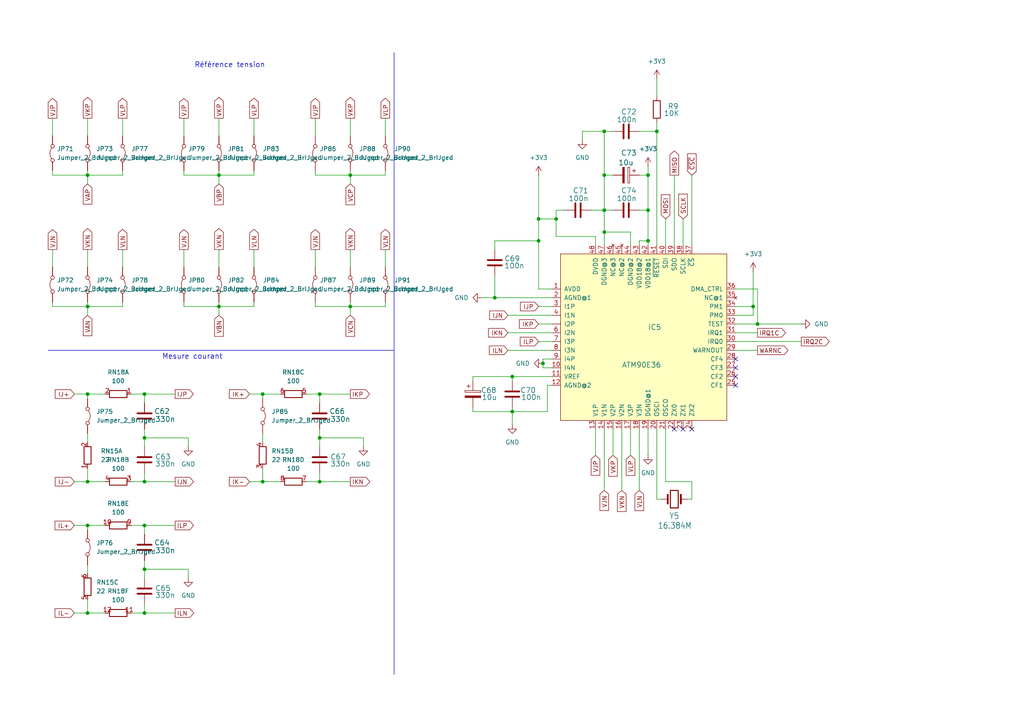
<source format=kicad_sch>
(kicad_sch (version 20231120) (generator "eeschema") (generator_version "8.0")
  (paper "A4")
  (junction (at 76.2 114.3))
  (junction (at 175.26 38.1))
  (junction (at 156.21 69.85))
  (junction (at 76.2 139.7))
  (junction (at 92.71 114.3))
  (junction (at 92.71 127))
  (junction (at 25.4 177.8))
  (junction (at 148.59 119.38))
  (junction (at 175.26 60.96))
  (junction (at 25.4 152.4))
  (junction (at 175.26 67.31))
  (junction (at 63.5 50.8))
  (junction (at 187.96 50.8))
  (junction (at 148.59 109.22))
  (junction (at 161.29 63.5))
  (junction (at 25.4 50.8))
  (junction (at 157.48 105.41))
  (junction (at 218.44 88.9))
  (junction (at 143.51 86.36))
  (junction (at 63.5 88.9))
  (junction (at 25.4 114.3))
  (junction (at 175.26 50.8))
  (junction (at 190.5 38.1))
  (junction (at 92.71 139.7))
  (junction (at 41.91 165.1))
  (junction (at 25.4 139.7))
  (junction (at 41.91 114.3))
  (junction (at 25.4 88.9))
  (junction (at 187.96 69.85))
  (junction (at 41.91 177.8))
  (junction (at 41.91 139.7))
  (junction (at 101.6 88.9))
  (junction (at 101.6 50.8))
  (junction (at 219.71 93.98))
  (junction (at 41.91 127))
  (junction (at 187.96 60.96))
  (junction (at 156.21 63.5))
  (junction (at 41.91 152.4))
  (no_connect (at 200.66 124.46))
  (no_connect (at 213.36 104.14))
  (no_connect (at 213.36 111.76))
  (no_connect (at 198.12 124.46))
  (no_connect (at 213.36 106.68))
  (no_connect (at 213.36 109.22))
  (no_connect (at 195.58 124.46))
  (wire (pts (xy 25.4 34.29) (xy 25.4 39.37)))
  (wire (pts (xy 25.4 50.8) (xy 25.4 53.34)))
  (wire (pts (xy 35.56 72.39) (xy 35.56 77.47)))
  (wire (pts (xy 21.59 114.3) (xy 25.4 114.3)))
  (wire (pts (xy 15.24 49.53) (xy 15.24 50.8)))
  (wire (pts (xy 175.26 60.96) (xy 177.8 60.96)))
  (wire (pts (xy 195.58 71.12) (xy 195.58 50.8)))
  (wire (pts (xy 187.96 50.8) (xy 187.96 60.96)))
  (wire (pts (xy 156.21 99.06) (xy 160.02 99.06)))
  (wire (pts (xy 156.21 69.85) (xy 156.21 83.82)))
  (wire (pts (xy 92.71 114.3) (xy 101.6 114.3)))
  (wire (pts (xy 92.71 139.7) (xy 101.6 139.7)))
  (wire (pts (xy 158.75 119.38) (xy 158.75 111.76)))
  (wire (pts (xy 15.24 88.9) (xy 25.4 88.9)))
  (wire (pts (xy 175.26 67.31) (xy 182.88 67.31)))
  (wire (pts (xy 41.91 127) (xy 41.91 129.54)))
  (wire (pts (xy 190.5 38.1) (xy 185.42 38.1)))
  (wire (pts (xy 101.6 50.8) (xy 111.76 50.8)))
  (wire (pts (xy 160.02 104.14) (xy 157.48 104.14)))
  (wire (pts (xy 182.88 67.31) (xy 182.88 71.12)))
  (wire (pts (xy 143.51 86.36) (xy 160.02 86.36)))
  (wire (pts (xy 91.44 50.8) (xy 101.6 50.8)))
  (wire (pts (xy 76.2 135.89) (xy 76.2 139.7)))
  (wire (pts (xy 175.26 38.1) (xy 177.8 38.1)))
  (wire (pts (xy 185.42 60.96) (xy 187.96 60.96)))
  (wire (pts (xy 187.96 60.96) (xy 187.96 69.85)))
  (wire (pts (xy 158.75 111.76) (xy 160.02 111.76)))
  (wire (pts (xy 41.91 114.3) (xy 50.8 114.3)))
  (wire (pts (xy 218.44 91.44) (xy 213.36 91.44)))
  (wire (pts (xy 101.6 50.8) (xy 101.6 49.53)))
  (wire (pts (xy 101.6 88.9) (xy 101.6 87.63)))
  (wire (pts (xy 190.5 22.86) (xy 190.5 27.94)))
  (wire (pts (xy 35.56 50.8) (xy 35.56 49.53)))
  (wire (pts (xy 193.04 71.12) (xy 193.04 63.5)))
  (wire (pts (xy 156.21 50.8) (xy 156.21 63.5)))
  (wire (pts (xy 25.4 88.9) (xy 25.4 91.44)))
  (wire (pts (xy 157.48 106.68) (xy 157.48 105.41)))
  (wire (pts (xy 35.56 88.9) (xy 35.56 87.63)))
  (wire (pts (xy 213.36 99.06) (xy 232.41 99.06)))
  (wire (pts (xy 219.71 93.98) (xy 232.41 93.98)))
  (wire (pts (xy 213.36 93.98) (xy 219.71 93.98)))
  (wire (pts (xy 161.29 60.96) (xy 161.29 63.5)))
  (wire (pts (xy 53.34 72.39) (xy 53.34 77.47)))
  (wire (pts (xy 63.5 50.8) (xy 63.5 49.53)))
  (wire (pts (xy 148.59 109.22) (xy 148.59 110.49)))
  (wire (pts (xy 148.59 109.22) (xy 137.16 109.22)))
  (wire (pts (xy 63.5 88.9) (xy 63.5 87.63)))
  (wire (pts (xy 25.4 135.89) (xy 25.4 139.7)))
  (polyline (pts (xy 114.3 15.24) (xy 114.3 195.58)))
  (wire (pts (xy 54.61 165.1) (xy 54.61 167.64)))
  (wire (pts (xy 101.6 50.8) (xy 101.6 53.34)))
  (wire (pts (xy 25.4 139.7) (xy 21.59 139.7)))
  (wire (pts (xy 41.91 152.4) (xy 50.8 152.4)))
  (wire (pts (xy 143.51 80.01) (xy 143.51 86.36)))
  (wire (pts (xy 25.4 50.8) (xy 25.4 49.53)))
  (wire (pts (xy 38.1 139.7) (xy 41.91 139.7)))
  (wire (pts (xy 25.4 125.73) (xy 25.4 128.27)))
  (polyline (pts (xy 13.97 101.6) (xy 114.3 101.6)))
  (wire (pts (xy 41.91 162.56) (xy 41.91 165.1)))
  (wire (pts (xy 187.96 124.46) (xy 187.96 132.08)))
  (wire (pts (xy 190.5 124.46) (xy 190.5 144.78)))
  (wire (pts (xy 143.51 69.85) (xy 156.21 69.85)))
  (wire (pts (xy 200.66 71.12) (xy 200.66 50.8)))
  (wire (pts (xy 25.4 177.8) (xy 30.48 177.8)))
  (wire (pts (xy 148.59 119.38) (xy 158.75 119.38)))
  (wire (pts (xy 73.66 72.39) (xy 73.66 77.47)))
  (wire (pts (xy 25.4 177.8) (xy 21.59 177.8)))
  (wire (pts (xy 91.44 88.9) (xy 101.6 88.9)))
  (wire (pts (xy 185.42 142.24) (xy 185.42 124.46)))
  (wire (pts (xy 63.5 72.39) (xy 63.5 77.47)))
  (wire (pts (xy 213.36 83.82) (xy 219.71 83.82)))
  (wire (pts (xy 15.24 72.39) (xy 15.24 77.47)))
  (wire (pts (xy 172.72 124.46) (xy 172.72 132.08)))
  (wire (pts (xy 199.39 144.78) (xy 200.66 144.78)))
  (wire (pts (xy 180.34 142.24) (xy 180.34 124.46)))
  (wire (pts (xy 25.4 152.4) (xy 25.4 153.67)))
  (wire (pts (xy 111.76 50.8) (xy 111.76 49.53)))
  (wire (pts (xy 25.4 152.4) (xy 30.48 152.4)))
  (wire (pts (xy 101.6 88.9) (xy 111.76 88.9)))
  (wire (pts (xy 63.5 88.9) (xy 63.5 91.44)))
  (wire (pts (xy 72.39 114.3) (xy 76.2 114.3)))
  (wire (pts (xy 218.44 78.74) (xy 218.44 88.9)))
  (wire (pts (xy 218.44 88.9) (xy 218.44 91.44)))
  (wire (pts (xy 175.26 38.1) (xy 175.26 50.8)))
  (wire (pts (xy 190.5 35.56) (xy 190.5 38.1)))
  (wire (pts (xy 91.44 87.63) (xy 91.44 88.9)))
  (wire (pts (xy 182.88 124.46) (xy 182.88 132.08)))
  (wire (pts (xy 41.91 124.46) (xy 41.91 127)))
  (wire (pts (xy 148.59 119.38) (xy 148.59 123.19)))
  (wire (pts (xy 175.26 124.46) (xy 175.26 142.24)))
  (wire (pts (xy 15.24 87.63) (xy 15.24 88.9)))
  (wire (pts (xy 53.34 87.63) (xy 53.34 88.9)))
  (wire (pts (xy 25.4 114.3) (xy 25.4 115.57)))
  (wire (pts (xy 25.4 50.8) (xy 35.56 50.8)))
  (wire (pts (xy 53.34 49.53) (xy 53.34 50.8)))
  (wire (pts (xy 177.8 124.46) (xy 177.8 132.08)))
  (wire (pts (xy 63.5 34.29) (xy 63.5 39.37)))
  (wire (pts (xy 156.21 88.9) (xy 160.02 88.9)))
  (wire (pts (xy 213.36 88.9) (xy 218.44 88.9)))
  (wire (pts (xy 25.4 72.39) (xy 25.4 77.47)))
  (wire (pts (xy 21.59 152.4) (xy 25.4 152.4)))
  (wire (pts (xy 92.71 124.46) (xy 92.71 127)))
  (wire (pts (xy 76.2 125.73) (xy 76.2 128.27)))
  (wire (pts (xy 148.59 109.22) (xy 160.02 109.22)))
  (wire (pts (xy 38.1 152.4) (xy 41.91 152.4)))
  (wire (pts (xy 92.71 127) (xy 105.41 127)))
  (wire (pts (xy 200.66 144.78) (xy 200.66 139.7)))
  (wire (pts (xy 137.16 119.38) (xy 148.59 119.38)))
  (wire (pts (xy 53.34 50.8) (xy 63.5 50.8)))
  (wire (pts (xy 101.6 34.29) (xy 101.6 39.37)))
  (wire (pts (xy 92.71 114.3) (xy 92.71 116.84)))
  (wire (pts (xy 157.48 104.14) (xy 157.48 105.41)))
  (wire (pts (xy 105.41 127) (xy 105.41 129.54)))
  (wire (pts (xy 91.44 72.39) (xy 91.44 77.47)))
  (wire (pts (xy 160.02 106.68) (xy 157.48 106.68)))
  (wire (pts (xy 193.04 124.46) (xy 193.04 139.7)))
  (wire (pts (xy 91.44 34.29) (xy 91.44 39.37)))
  (wire (pts (xy 185.42 69.85) (xy 187.96 69.85)))
  (wire (pts (xy 25.4 114.3) (xy 30.48 114.3)))
  (wire (pts (xy 76.2 114.3) (xy 76.2 115.57)))
  (wire (pts (xy 161.29 63.5) (xy 161.29 68.58)))
  (wire (pts (xy 76.2 114.3) (xy 81.28 114.3)))
  (wire (pts (xy 35.56 34.29) (xy 35.56 39.37)))
  (wire (pts (xy 63.5 50.8) (xy 73.66 50.8)))
  (wire (pts (xy 15.24 50.8) (xy 25.4 50.8)))
  (wire (pts (xy 198.12 71.12) (xy 198.12 63.5)))
  (wire (pts (xy 111.76 88.9) (xy 111.76 87.63)))
  (wire (pts (xy 148.59 118.11) (xy 148.59 119.38)))
  (wire (pts (xy 38.1 114.3) (xy 41.91 114.3)))
  (wire (pts (xy 63.5 88.9) (xy 73.66 88.9)))
  (wire (pts (xy 73.66 34.29) (xy 73.66 39.37)))
  (wire (pts (xy 147.32 101.6) (xy 160.02 101.6)))
  (wire (pts (xy 41.91 114.3) (xy 41.91 116.84)))
  (wire (pts (xy 161.29 68.58) (xy 172.72 68.58)))
  (wire (pts (xy 185.42 69.85) (xy 185.42 71.12)))
  (wire (pts (xy 200.66 139.7) (xy 193.04 139.7)))
  (wire (pts (xy 53.34 88.9) (xy 63.5 88.9)))
  (wire (pts (xy 38.1 177.8) (xy 41.91 177.8)))
  (wire (pts (xy 156.21 63.5) (xy 156.21 69.85)))
  (wire (pts (xy 175.26 60.96) (xy 175.26 50.8)))
  (wire (pts (xy 175.26 60.96) (xy 175.26 67.31)))
  (wire (pts (xy 187.96 50.8) (xy 185.42 50.8)))
  (wire (pts (xy 73.66 50.8) (xy 73.66 49.53)))
  (wire (pts (xy 219.71 83.82) (xy 219.71 93.98)))
  (wire (pts (xy 190.5 144.78) (xy 191.77 144.78)))
  (wire (pts (xy 41.91 152.4) (xy 41.91 154.94)))
  (wire (pts (xy 25.4 173.99) (xy 25.4 177.8)))
  (wire (pts (xy 41.91 137.16) (xy 41.91 139.7)))
  (wire (pts (xy 73.66 88.9) (xy 73.66 87.63)))
  (wire (pts (xy 88.9 114.3) (xy 92.71 114.3)))
  (wire (pts (xy 76.2 139.7) (xy 81.28 139.7)))
  (wire (pts (xy 190.5 71.12) (xy 190.5 38.1)))
  (wire (pts (xy 111.76 34.29) (xy 111.76 39.37)))
  (wire (pts (xy 41.91 165.1) (xy 54.61 165.1)))
  (wire (pts (xy 187.96 48.26) (xy 187.96 50.8)))
  (wire (pts (xy 41.91 127) (xy 54.61 127)))
  (wire (pts (xy 156.21 63.5) (xy 161.29 63.5)))
  (wire (pts (xy 147.32 91.44) (xy 160.02 91.44)))
  (wire (pts (xy 41.91 165.1) (xy 41.91 167.64)))
  (wire (pts (xy 54.61 127) (xy 54.61 129.54)))
  (wire (pts (xy 139.7 86.36) (xy 143.51 86.36)))
  (wire (pts (xy 175.26 71.12) (xy 175.26 67.31)))
  (wire (pts (xy 41.91 177.8) (xy 50.8 177.8)))
  (wire (pts (xy 213.36 96.52) (xy 219.71 96.52)))
  (wire (pts (xy 76.2 139.7) (xy 72.39 139.7)))
  (wire (pts (xy 53.34 34.29) (xy 53.34 39.37)))
  (wire (pts (xy 137.16 109.22) (xy 137.16 110.49)))
  (wire (pts (xy 92.71 137.16) (xy 92.71 139.7)))
  (wire (pts (xy 143.51 69.85) (xy 143.51 72.39)))
  (wire (pts (xy 171.45 60.96) (xy 175.26 60.96)))
  (wire (pts (xy 41.91 139.7) (xy 50.8 139.7)))
  (wire (pts (xy 63.5 50.8) (xy 63.5 53.34)))
  (wire (pts (xy 25.4 88.9) (xy 25.4 87.63)))
  (wire (pts (xy 111.76 72.39) (xy 111.76 77.47)))
  (wire (pts (xy 156.21 83.82) (xy 160.02 83.82)))
  (wire (pts (xy 137.16 118.11) (xy 137.16 119.38)))
  (wire (pts (xy 92.71 127) (xy 92.71 129.54)))
  (wire (pts (xy 25.4 88.9) (xy 35.56 88.9)))
  (wire (pts (xy 156.21 93.98) (xy 160.02 93.98)))
  (wire (pts (xy 101.6 88.9) (xy 101.6 91.44)))
  (wire (pts (xy 187.96 69.85) (xy 187.96 71.12)))
  (wire (pts (xy 15.24 34.29) (xy 15.24 39.37)))
  (wire (pts (xy 41.91 175.26) (xy 41.91 177.8)))
  (wire (pts (xy 25.4 163.83) (xy 25.4 166.37)))
  (wire (pts (xy 172.72 68.58) (xy 172.72 71.12)))
  (wire (pts (xy 101.6 72.39) (xy 101.6 77.47)))
  (wire (pts (xy 147.32 96.52) (xy 160.02 96.52)))
  (wire (pts (xy 168.91 40.64) (xy 168.91 38.1)))
  (wire (pts (xy 91.44 49.53) (xy 91.44 50.8)))
  (wire (pts (xy 25.4 139.7) (xy 30.48 139.7)))
  (wire (pts (xy 213.36 101.6) (xy 219.71 101.6)))
  (wire (pts (xy 175.26 50.8) (xy 177.8 50.8)))
  (wire (pts (xy 168.91 38.1) (xy 175.26 38.1)))
  (wire (pts (xy 88.9 139.7) (xy 92.71 139.7)))
  (wire (pts (xy 163.83 60.96) (xy 161.29 60.96)))
  (text "Référence tension" (at 56.388 19.812 0) (effects (font (size 1.4986 1.4986)) (justify left bottom)))
  (text "Mesure courant" (at 46.99 104.394 0) (effects (font (size 1.4986 1.4986)) (justify left bottom)))
  (global_label "VCP" (shape input) (at 101.6 53.34 270) (property "Intersheetrefs" "${INTERSHEET_REFS}" (effects (hide yes))))
  (global_label "ILP" (shape input) (at 156.21 99.06 180) (property "Intersheetrefs" "${INTERSHEET_REFS}" (effects (hide yes))))
  (global_label "IK-" (shape input) (at 72.39 139.7 180) (property "Intersheetrefs" "${INTERSHEET_REFS}" (effects (hide yes))))
  (global_label "IJN" (shape input) (at 147.32 91.44 180) (property "Intersheetrefs" "${INTERSHEET_REFS}" (effects (hide yes))))
  (global_label "~{CSC}" (shape input) (at 200.66 50.8 90) (property "Intersheetrefs" "${INTERSHEET_REFS}" (effects (hide yes))))
  (global_label "VKN" (shape output) (at 63.5 72.39 90) (property "Intersheetrefs" "${INTERSHEET_REFS}" (effects (hide yes))))
  (global_label "VKN" (shape output) (at 101.6 72.39 90) (property "Intersheetrefs" "${INTERSHEET_REFS}" (effects (hide yes))))
  (global_label "IJ+" (shape input) (at 21.59 114.3 180) (property "Intersheetrefs" "${INTERSHEET_REFS}" (effects (hide yes))))
  (global_label "IK+" (shape input) (at 72.39 114.3 180) (property "Intersheetrefs" "${INTERSHEET_REFS}" (effects (hide yes))))
  (global_label "IJP" (shape input) (at 156.21 88.9 180) (property "Intersheetrefs" "${INTERSHEET_REFS}" (effects (hide yes))))
  (global_label "VAN" (shape input) (at 25.4 91.44 270) (property "Intersheetrefs" "${INTERSHEET_REFS}" (effects (hide yes))))
  (global_label "IRQ2C" (shape output) (at 232.41 99.06 0) (property "Intersheetrefs" "${INTERSHEET_REFS}" (effects (hide yes))))
  (global_label "IKP" (shape input) (at 156.21 93.98 180) (property "Intersheetrefs" "${INTERSHEET_REFS}" (effects (hide yes))))
  (global_label "IJN" (shape output) (at 50.8 139.7 0) (property "Intersheetrefs" "${INTERSHEET_REFS}" (effects (hide yes))))
  (global_label "IKN" (shape output) (at 101.6 139.7 0) (property "Intersheetrefs" "${INTERSHEET_REFS}" (effects (hide yes))))
  (global_label "VCN" (shape input) (at 101.6 91.44 270) (property "Intersheetrefs" "${INTERSHEET_REFS}" (effects (hide yes))))
  (global_label "ILN" (shape output) (at 50.8 177.8 0) (property "Intersheetrefs" "${INTERSHEET_REFS}" (effects (hide yes))))
  (global_label "IRQ1C" (shape output) (at 219.71 96.52 0) (property "Intersheetrefs" "${INTERSHEET_REFS}" (effects (hide yes))))
  (global_label "VLN" (shape input) (at 185.42 142.24 270) (property "Intersheetrefs" "${INTERSHEET_REFS}" (effects (hide yes))))
  (global_label "VBP" (shape input) (at 63.5 53.34 270) (property "Intersheetrefs" "${INTERSHEET_REFS}" (effects (hide yes))))
  (global_label "VKN" (shape input) (at 180.34 142.24 270) (property "Intersheetrefs" "${INTERSHEET_REFS}" (effects (hide yes))))
  (global_label "ILN" (shape input) (at 147.32 101.6 180) (property "Intersheetrefs" "${INTERSHEET_REFS}" (effects (hide yes))))
  (global_label "VJP" (shape output) (at 53.34 34.29 90) (property "Intersheetrefs" "${INTERSHEET_REFS}" (effects (hide yes))))
  (global_label "VLP" (shape output) (at 111.76 34.29 90) (property "Intersheetrefs" "${INTERSHEET_REFS}" (effects (hide yes))))
  (global_label "VLN" (shape output) (at 35.56 72.39 90) (property "Intersheetrefs" "${INTERSHEET_REFS}" (effects (hide yes))))
  (global_label "IKP" (shape output) (at 101.6 114.3 0) (property "Intersheetrefs" "${INTERSHEET_REFS}" (effects (hide yes))))
  (global_label "VJN" (shape output) (at 91.44 72.39 90) (property "Intersheetrefs" "${INTERSHEET_REFS}" (effects (hide yes))))
  (global_label "VLP" (shape output) (at 35.56 34.29 90) (property "Intersheetrefs" "${INTERSHEET_REFS}" (effects (hide yes))))
  (global_label "VKP" (shape output) (at 25.4 34.29 90) (property "Intersheetrefs" "${INTERSHEET_REFS}" (effects (hide yes))))
  (global_label "VJN" (shape output) (at 53.34 72.39 90) (property "Intersheetrefs" "${INTERSHEET_REFS}" (effects (hide yes))))
  (global_label "VKP" (shape input) (at 177.8 132.08 270) (property "Intersheetrefs" "${INTERSHEET_REFS}" (effects (hide yes))))
  (global_label "VJP" (shape output) (at 91.44 34.29 90) (property "Intersheetrefs" "${INTERSHEET_REFS}" (effects (hide yes))))
  (global_label "WARNC" (shape output) (at 219.71 101.6 0) (property "Intersheetrefs" "${INTERSHEET_REFS}" (effects (hide yes))))
  (global_label "VJP" (shape output) (at 15.24 34.29 90) (property "Intersheetrefs" "${INTERSHEET_REFS}" (effects (hide yes))))
  (global_label "MISO" (shape output) (at 195.58 50.8 90) (property "Intersheetrefs" "${INTERSHEET_REFS}" (effects (hide yes))))
  (global_label "VLN" (shape output) (at 111.76 72.39 90) (property "Intersheetrefs" "${INTERSHEET_REFS}" (effects (hide yes))))
  (global_label "IJP" (shape output) (at 50.8 114.3 0) (property "Intersheetrefs" "${INTERSHEET_REFS}" (effects (hide yes))))
  (global_label "VLP" (shape input) (at 182.88 132.08 270) (property "Intersheetrefs" "${INTERSHEET_REFS}" (effects (hide yes))))
  (global_label "IL+" (shape input) (at 21.59 152.4 180) (property "Intersheetrefs" "${INTERSHEET_REFS}" (effects (hide yes))))
  (global_label "VKN" (shape output) (at 25.4 72.39 90) (property "Intersheetrefs" "${INTERSHEET_REFS}" (effects (hide yes))))
  (global_label "IJ-" (shape input) (at 21.59 139.7 180) (property "Intersheetrefs" "${INTERSHEET_REFS}" (effects (hide yes))))
  (global_label "VAP" (shape input) (at 25.4 53.34 270) (property "Intersheetrefs" "${INTERSHEET_REFS}" (effects (hide yes))))
  (global_label "ILP" (shape output) (at 50.8 152.4 0) (property "Intersheetrefs" "${INTERSHEET_REFS}" (effects (hide yes))))
  (global_label "VLP" (shape output) (at 73.66 34.29 90) (property "Intersheetrefs" "${INTERSHEET_REFS}" (effects (hide yes))))
  (global_label "VJN" (shape input) (at 175.26 142.24 270) (property "Intersheetrefs" "${INTERSHEET_REFS}" (effects (hide yes))))
  (global_label "MOSI" (shape input) (at 193.04 63.5 90) (property "Intersheetrefs" "${INTERSHEET_REFS}" (effects (hide yes))))
  (global_label "VJN" (shape output) (at 15.24 72.39 90) (property "Intersheetrefs" "${INTERSHEET_REFS}" (effects (hide yes))))
  (global_label "IL-" (shape input) (at 21.59 177.8 180) (property "Intersheetrefs" "${INTERSHEET_REFS}" (effects (hide yes))))
  (global_label "IKN" (shape input) (at 147.32 96.52 180) (property "Intersheetrefs" "${INTERSHEET_REFS}" (effects (hide yes))))
  (global_label "VKP" (shape output) (at 63.5 34.29 90) (property "Intersheetrefs" "${INTERSHEET_REFS}" (effects (hide yes))))
  (global_label "VLN" (shape output) (at 73.66 72.39 90) (property "Intersheetrefs" "${INTERSHEET_REFS}" (effects (hide yes))))
  (global_label "VJP" (shape input) (at 172.72 132.08 270) (property "Intersheetrefs" "${INTERSHEET_REFS}" (effects (hide yes))))
  (global_label "SCLK" (shape input) (at 198.12 63.5 90) (property "Intersheetrefs" "${INTERSHEET_REFS}" (effects (hide yes))))
  (global_label "VKP" (shape output) (at 101.6 34.29 90) (property "Intersheetrefs" "${INTERSHEET_REFS}" (effects (hide yes))))
  (global_label "VBN" (shape input) (at 63.5 91.44 270) (property "Intersheetrefs" "${INTERSHEET_REFS}" (effects (hide yes))))
  (symbol (lib_id "power:GND") (at 54.61 167.64 0) (unit 1)
    (property "Reference" "#PWR084" (effects (hide yes)))
    (property "Value" "GND" (at 54.61 172.72 0))
    (property "Description" "Power symbol creates a global label with name \"GND\" , ground" (effects (hide yes)))
    (instances (project "CentraleDeMesure" (path "" (reference "#PWR084") (unit 1)) (path "" (reference "#PWR097") (unit 1))))
  )
  (symbol (lib_id "Device:C") (at 181.61 60.96 270) (unit 1)
    (property "Reference" "C74" (at 180.086 56.134 90) (effects (font (size 1.4986 1.4986)) (justify left bottom)))
    (property "Value" "100n" (at 178.816 58.42 90) (effects (font (size 1.4986 1.4986)) (justify left bottom)))
    (property "Footprint" "Capacitor_SMD:C_1812_4532Metric_Pad1.57x3.40mm_HandSolder" (effects (hide yes)))
    (property "Description" "Unpolarized capacitor" (effects (hide yes)))
    (property "manf#" "C0603C104K5RAC3190" (effects (hide yes)))
    (instances (project "CentraleDeMesure" (path "" (reference "C74") (unit 1)) (path "" (reference "C87") (unit 1))))
  )
  (symbol (lib_id "power:GND") (at 105.41 129.54 0) (unit 1)
    (property "Reference" "#PWR085" (effects (hide yes)))
    (property "Value" "GND" (at 105.41 134.62 0))
    (property "Description" "Power symbol creates a global label with name \"GND\" , ground" (effects (hide yes)))
    (instances (project "CentraleDeMesure" (path "" (reference "#PWR085") (unit 1)) (path "" (reference "#PWR098") (unit 1))))
  )
  (symbol (lib_id "power:GND") (at 187.96 132.08 0) (unit 1)
    (property "Reference" "#PWR092" (effects (hide yes)))
    (property "Value" "GND" (at 187.96 137.16 0))
    (property "Description" "Power symbol creates a global label with name \"GND\" , ground" (effects (hide yes)))
    (instances (project "CentraleDeMesure" (path "" (reference "#PWR092") (unit 1)) (path "" (reference "#PWR0105") (unit 1))))
  )
  (symbol (lib_id "Jumper:Jumper_2_Bridged") (at 73.66 82.55 270) (unit 1) (exclude_from_sim yes)
    (property "Reference" "JP84" (at 76.2 81.2799 90) (effects (justify left)))
    (property "Value" "Jumper_2_BrIJged" (at 76.2 83.8199 90) (effects (justify left)))
    (property "Footprint" "Connector_PinSocket_2.54mm:PinSocket_1x02_P2.54mm_Vertical" (effects (hide yes)))
    (property "Description" "Jumper, 2-pole, closed/bridged" (effects (hide yes)))
    (instances (project "CentraleDeMesure" (path "" (reference "JP84") (unit 1)) (path "" (reference "JP105") (unit 1))))
  )
  (symbol (lib_id "power:GND") (at 148.59 123.19 0) (unit 1)
    (property "Reference" "#PWR087" (effects (hide yes)))
    (property "Value" "GND" (at 148.59 128.27 0))
    (property "Description" "Power symbol creates a global label with name \"GND\" , ground" (effects (hide yes)))
    (instances (project "CentraleDeMesure" (path "" (reference "#PWR087") (unit 1)) (path "" (reference "#PWR0100") (unit 1))))
  )
  (symbol (lib_id "Device:R") (at 190.5 31.75 180) (unit 1)
    (property "Reference" "R9" (at 196.85 29.972 0) (effects (font (size 1.4986 1.4986)) (justify left bottom)))
    (property "Value" "10K" (at 197.104 32.004 0) (effects (font (size 1.4986 1.4986)) (justify left bottom)))
    (property "Footprint" "Resistor_SMD:R_1812_4532Metric_Pad1.30x3.40mm_HandSolder" (effects (hide yes)))
    (property "Description" "Resistor" (effects (hide yes)))
    (property "manf#" "RC0603JR-0710KL" (effects (hide yes)))
    (instances (project "CentraleDeMesure" (path "" (reference "R9") (unit 1)) (path "" (reference "R10") (unit 1))))
  )
  (symbol (lib_id "power:GND") (at 232.41 93.98 90) (unit 1)
    (property "Reference" "#PWR095" (effects (hide yes)))
    (property "Value" "GND" (at 236.22 93.9799 90) (effects (justify right)))
    (property "Description" "Power symbol creates a global label with name \"GND\" , ground" (effects (hide yes)))
    (instances (project "CentraleDeMesure" (path "" (reference "#PWR095") (unit 1)) (path "" (reference "#PWR0108") (unit 1))))
  )
  (symbol (lib_id "Jumper:Jumper_2_Bridged") (at 91.44 82.55 90) (unit 1) (exclude_from_sim yes)
    (property "Reference" "JP87" (at 92.71 81.2799 90) (effects (justify right)))
    (property "Value" "Jumper_2_BrIJged" (at 92.71 83.8199 90) (effects (justify right)))
    (property "Footprint" "Connector_PinSocket_2.54mm:PinSocket_1x02_P2.54mm_Vertical" (effects (hide yes)))
    (property "Description" "Jumper, 2-pole, closed/bridged" (effects (hide yes)))
    (instances (project "CentraleDeMesure" (path "" (reference "JP87") (unit 1)) (path "" (reference "JP108") (unit 1))))
  )
  (symbol (lib_id "Device:R_Pack03_SIP_Split") (at 76.2 132.08 0) (unit 2)
    (property "Reference" "RN15" (at 78.74 130.8099 0) (effects (justify left)))
    (property "Value" "22" (at 78.74 133.3499 0) (effects (justify left)))
    (property "Footprint" "Resistor_THT:R_Array_SIP6" (effects (hide yes)))
    (property "Datasheet" "http://www.vishay.com/docs/31509/csc.pdf" (effects (hide yes)))
    (property "Description" "3 resistor network, parallel topology, SIP package, split" (effects (hide yes)))
    (instances (project "CentraleDeMesure" (path "" (reference "RN15") (unit 2)) (path "" (reference "RN19") (unit 2))))
  )
  (symbol (lib_id "Device:R_Pack06_SIP_Split") (at 85.09 139.7 90) (unit 4)
    (property "Reference" "RN18" (at 85.09 133.35 90))
    (property "Value" "100" (at 85.09 135.89 90))
    (property "Footprint" "Resistor_THT:R_Array_SIP12" (effects (hide yes)))
    (property "Datasheet" "http://www.vishay.com/docs/31509/csc.pdf" (effects (hide yes)))
    (property "Description" "6 resistor network, parallel topology, SIP package, split" (effects (hide yes)))
    (instances (project "CentraleDeMesure" (path "" (reference "RN18") (unit 4)) (path "" (reference "RN20") (unit 4))))
  )
  (symbol (lib_id "Jumper:Jumper_2_Bridged") (at 63.5 82.55 270) (unit 1) (exclude_from_sim yes)
    (property "Reference" "JP82" (at 66.04 81.2799 90) (effects (justify left)))
    (property "Value" "Jumper_2_BrIJged" (at 66.04 83.8199 90) (effects (justify left)))
    (property "Footprint" "Connector_PinSocket_2.54mm:PinSocket_1x02_P2.54mm_Vertical" (effects (hide yes)))
    (property "Description" "Jumper, 2-pole, closed/bridged" (effects (hide yes)))
    (instances (project "CentraleDeMesure" (path "" (reference "JP82") (unit 1)) (path "" (reference "JP103") (unit 1))))
  )
  (symbol (lib_id "Jumper:Jumper_2_Bridged") (at 111.76 82.55 270) (unit 1) (exclude_from_sim yes)
    (property "Reference" "JP91" (at 114.3 81.2799 90) (effects (justify left)))
    (property "Value" "Jumper_2_BrIJged" (at 114.3 83.8199 90) (effects (justify left)))
    (property "Footprint" "Connector_PinSocket_2.54mm:PinSocket_1x02_P2.54mm_Vertical" (effects (hide yes)))
    (property "Description" "Jumper, 2-pole, closed/bridged" (effects (hide yes)))
    (instances (project "CentraleDeMesure" (path "" (reference "JP91") (unit 1)) (path "" (reference "JP112") (unit 1))))
  )
  (symbol (lib_id "Device:C") (at 92.71 120.65 0) (unit 1)
    (property "Reference" "C66" (at 95.504 120.142 0) (effects (font (size 1.4986 1.4986)) (justify left bottom)))
    (property "Value" "330n" (at 95.758 122.428 0) (effects (font (size 1.4986 1.4986)) (justify left bottom)))
    (property "Footprint" "Capacitor_SMD:C_1812_4532Metric_Pad1.57x3.40mm_HandSolder" (effects (hide yes)))
    (property "Description" "Unpolarized capacitor" (effects (hide yes)))
    (property "manf#" "C0603C183K5RACTU" (effects (hide yes)))
    (instances (project "CentraleDeMesure" (path "" (reference "C66") (unit 1)) (path "" (reference "C79") (unit 1))))
  )
  (symbol (lib_id "Jumper:Jumper_2_Bridged") (at 25.4 158.75 270) (unit 1) (exclude_from_sim yes)
    (property "Reference" "JP76" (at 27.94 157.4799 90) (effects (justify left)))
    (property "Value" "Jumper_2_BrIJged" (at 27.94 160.0199 90) (effects (justify left)))
    (property "Footprint" "Connector_PinSocket_2.54mm:PinSocket_1x02_P2.54mm_Vertical" (effects (hide yes)))
    (property "Description" "Jumper, 2-pole, closed/bridged" (effects (hide yes)))
    (instances (project "CentraleDeMesure" (path "" (reference "JP76") (unit 1)) (path "" (reference "JP97") (unit 1))))
  )
  (symbol (lib_id "Jumper:Jumper_2_Bridged") (at 35.56 44.45 270) (unit 1) (exclude_from_sim yes)
    (property "Reference" "JP77" (at 38.1 43.1799 90) (effects (justify left)))
    (property "Value" "Jumper_2_BrIJged" (at 38.1 45.7199 90) (effects (justify left)))
    (property "Footprint" "Connector_PinSocket_2.54mm:PinSocket_1x02_P2.54mm_Vertical" (effects (hide yes)))
    (property "Description" "Jumper, 2-pole, closed/bridged" (effects (hide yes)))
    (instances (project "CentraleDeMesure" (path "" (reference "JP77") (unit 1)) (path "" (reference "JP98") (unit 1))))
  )
  (symbol (lib_id "Jumper:Jumper_2_Bridged") (at 53.34 82.55 90) (unit 1) (exclude_from_sim yes)
    (property "Reference" "JP80" (at 54.61 81.2799 90) (effects (justify right)))
    (property "Value" "Jumper_2_BrIJged" (at 54.61 83.8199 90) (effects (justify right)))
    (property "Footprint" "Connector_PinSocket_2.54mm:PinSocket_1x02_P2.54mm_Vertical" (effects (hide yes)))
    (property "Description" "Jumper, 2-pole, closed/bridged" (effects (hide yes)))
    (instances (project "CentraleDeMesure" (path "" (reference "JP80") (unit 1)) (path "" (reference "JP101") (unit 1))))
  )
  (symbol (lib_id "power:GND") (at 139.7 86.36 270) (unit 1)
    (property "Reference" "#PWR086" (effects (hide yes)))
    (property "Value" "GND" (at 135.89 86.3599 90) (effects (justify right)))
    (property "Description" "Power symbol creates a global label with name \"GND\" , ground" (effects (hide yes)))
    (instances (project "CentraleDeMesure" (path "" (reference "#PWR086") (unit 1)) (path "" (reference "#PWR099") (unit 1))))
  )
  (symbol (lib_id "Device:C") (at 167.64 60.96 270) (unit 1)
    (property "Reference" "C71" (at 166.116 56.134 90) (effects (font (size 1.4986 1.4986)) (justify left bottom)))
    (property "Value" "100n" (at 164.846 58.42 90) (effects (font (size 1.4986 1.4986)) (justify left bottom)))
    (property "Footprint" "Capacitor_SMD:C_1812_4532Metric_Pad1.57x3.40mm_HandSolder" (effects (hide yes)))
    (property "Description" "Unpolarized capacitor" (effects (hide yes)))
    (property "manf#" "C0603C104K5RAC3190" (effects (hide yes)))
    (instances (project "CentraleDeMesure" (path "" (reference "C71") (unit 1)) (path "" (reference "C84") (unit 1))))
  )
  (symbol (lib_id "Device:C") (at 41.91 158.75 0) (unit 1)
    (property "Reference" "C64" (at 44.704 158.242 0) (effects (font (size 1.4986 1.4986)) (justify left bottom)))
    (property "Value" "330n" (at 44.958 160.528 0) (effects (font (size 1.4986 1.4986)) (justify left bottom)))
    (property "Footprint" "Capacitor_SMD:C_1812_4532Metric_Pad1.57x3.40mm_HandSolder" (effects (hide yes)))
    (property "Description" "Unpolarized capacitor" (effects (hide yes)))
    (property "manf#" "C0603C183K5RACTU" (effects (hide yes)))
    (instances (project "CentraleDeMesure" (path "" (reference "C64") (unit 1)) (path "" (reference "C77") (unit 1))))
  )
  (symbol (lib_id "Device:C") (at 92.71 133.35 0) (unit 1)
    (property "Reference" "C67" (at 95.758 133.35 0) (effects (font (size 1.4986 1.4986)) (justify left bottom)))
    (property "Value" "330n" (at 95.758 135.382 0) (effects (font (size 1.4986 1.4986)) (justify left bottom)))
    (property "Footprint" "Capacitor_SMD:C_1812_4532Metric_Pad1.57x3.40mm_HandSolder" (effects (hide yes)))
    (property "Description" "Unpolarized capacitor" (effects (hide yes)))
    (property "manf#" "C0603C183K5RACTU" (effects (hide yes)))
    (instances (project "CentraleDeMesure" (path "" (reference "C67") (unit 1)) (path "" (reference "C80") (unit 1))))
  )
  (symbol (lib_id "Device:R_Pack06_SIP_Split") (at 85.09 114.3 90) (unit 3)
    (property "Reference" "RN18" (at 85.09 107.95 90))
    (property "Value" "100" (at 85.09 110.49 90))
    (property "Footprint" "Resistor_THT:R_Array_SIP12" (effects (hide yes)))
    (property "Datasheet" "http://www.vishay.com/docs/31509/csc.pdf" (effects (hide yes)))
    (property "Description" "6 resistor network, parallel topology, SIP package, split" (effects (hide yes)))
    (instances (project "CentraleDeMesure" (path "" (reference "RN18") (unit 3)) (path "" (reference "RN20") (unit 3))))
  )
  (symbol (lib_id "Device:C") (at 148.59 114.3 0) (unit 1)
    (property "Reference" "C70" (at 150.876 114.046 0) (effects (font (size 1.4986 1.4986)) (justify left bottom)))
    (property "Value" "100n" (at 151.13 116.078 0) (effects (font (size 1.4986 1.4986)) (justify left bottom)))
    (property "Footprint" "Capacitor_SMD:C_1812_4532Metric_Pad1.57x3.40mm_HandSolder" (effects (hide yes)))
    (property "Description" "Unpolarized capacitor" (effects (hide yes)))
    (property "manf#" "C0603C104K5RAC3190" (effects (hide yes)))
    (instances (project "CentraleDeMesure" (path "" (reference "C70") (unit 1)) (path "" (reference "C83") (unit 1))))
  )
  (symbol (lib_id "Device:R_Pack06_SIP_Split") (at 34.29 152.4 90) (unit 5)
    (property "Reference" "RN18" (at 34.29 146.05 90))
    (property "Value" "100" (at 34.29 148.59 90))
    (property "Footprint" "Resistor_THT:R_Array_SIP12" (effects (hide yes)))
    (property "Datasheet" "http://www.vishay.com/docs/31509/csc.pdf" (effects (hide yes)))
    (property "Description" "6 resistor network, parallel topology, SIP package, split" (effects (hide yes)))
    (instances (project "CentraleDeMesure" (path "" (reference "RN18") (unit 5)) (path "" (reference "RN20") (unit 5))))
  )
  (symbol (lib_id "Jumper:Jumper_2_Bridged") (at 25.4 82.55 270) (unit 1) (exclude_from_sim yes)
    (property "Reference" "JP74" (at 27.94 81.2799 90) (effects (justify left)))
    (property "Value" "Jumper_2_BrIJged" (at 27.94 83.8199 90) (effects (justify left)))
    (property "Footprint" "Connector_PinSocket_2.54mm:PinSocket_1x02_P2.54mm_Vertical" (effects (hide yes)))
    (property "Description" "Jumper, 2-pole, closed/bridged" (effects (hide yes)))
    (instances (project "CentraleDeMesure" (path "" (reference "JP74") (unit 1)) (path "" (reference "JP95") (unit 1))))
  )
  (symbol (lib_id "Jumper:Jumper_2_Bridged") (at 101.6 44.45 270) (unit 1) (exclude_from_sim yes)
    (property "Reference" "JP88" (at 104.14 43.1799 90) (effects (justify left)))
    (property "Value" "Jumper_2_BrIJged" (at 104.14 45.7199 90) (effects (justify left)))
    (property "Footprint" "Connector_PinSocket_2.54mm:PinSocket_1x02_P2.54mm_Vertical" (effects (hide yes)))
    (property "Description" "Jumper, 2-pole, closed/bridged" (effects (hide yes)))
    (instances (project "CentraleDeMesure" (path "" (reference "JP88") (unit 1)) (path "" (reference "JP109") (unit 1))))
  )
  (symbol (lib_id "User_Lib_IC:ATM90E36") (at 187.96 96.52 0) (unit 1)
    (property "Reference" "IC5" (at 187.96 95.758 0) (effects (font (size 1.4986 1.4986)) (justify left bottom)))
    (property "Value" "ATM90E36" (at 180.34 106.68 0) (effects (font (size 1.4986 1.4986)) (justify left bottom)))
    (property "Footprint" "Connector_PinSocket_2.54mm:PinSocket_1x02_P2.54mm_Vertical" (effects (hide yes)))
    (property "manf#" "	ATM90E36A-AU-R" (effects (hide yes)))
    (instances (project "CentraleDeMesure" (path "" (reference "IC5") (unit 1)) (path "" (reference "IC6") (unit 1))))
  )
  (symbol (lib_id "Device:C") (at 143.51 76.2 180) (unit 1)
    (property "Reference" "C69" (at 150.876 74.168 0) (effects (font (size 1.4986 1.4986)) (justify left bottom)))
    (property "Value" "100n" (at 152.146 76.2 0) (effects (font (size 1.4986 1.4986)) (justify left bottom)))
    (property "Footprint" "Capacitor_SMD:C_1812_4532Metric_Pad1.57x3.40mm_HandSolder" (effects (hide yes)))
    (property "Description" "Unpolarized capacitor" (effects (hide yes)))
    (property "manf#" "C0603C104K5RAC3190" (effects (hide yes)))
    (instances (project "CentraleDeMesure" (path "" (reference "C69") (unit 1)) (path "" (reference "C82") (unit 1))))
  )
  (symbol (lib_id "Jumper:Jumper_2_Bridged") (at 76.2 120.65 270) (unit 1) (exclude_from_sim yes)
    (property "Reference" "JP85" (at 78.74 119.3799 90) (effects (justify left)))
    (property "Value" "Jumper_2_BrIJged" (at 78.74 121.9199 90) (effects (justify left)))
    (property "Footprint" "Connector_PinSocket_2.54mm:PinSocket_1x02_P2.54mm_Vertical" (effects (hide yes)))
    (property "Description" "Jumper, 2-pole, closed/bridged" (effects (hide yes)))
    (instances (project "CentraleDeMesure" (path "" (reference "JP85") (unit 1)) (path "" (reference "JP106") (unit 1))))
  )
  (symbol (lib_id "Jumper:Jumper_2_Bridged") (at 91.44 44.45 90) (unit 1) (exclude_from_sim yes)
    (property "Reference" "JP86" (at 92.71 43.1799 90) (effects (justify right)))
    (property "Value" "Jumper_2_BrIJged" (at 92.71 45.7199 90) (effects (justify right)))
    (property "Footprint" "Connector_PinSocket_2.54mm:PinSocket_1x02_P2.54mm_Vertical" (effects (hide yes)))
    (property "Description" "Jumper, 2-pole, closed/bridged" (effects (hide yes)))
    (instances (project "CentraleDeMesure" (path "" (reference "JP86") (unit 1)) (path "" (reference "JP107") (unit 1))))
  )
  (symbol (lib_id "Jumper:Jumper_2_Bridged") (at 35.56 82.55 270) (unit 1) (exclude_from_sim yes)
    (property "Reference" "JP78" (at 38.1 81.2799 90) (effects (justify left)))
    (property "Value" "Jumper_2_BrIJged" (at 38.1 83.8199 90) (effects (justify left)))
    (property "Footprint" "Connector_PinSocket_2.54mm:PinSocket_1x02_P2.54mm_Vertical" (effects (hide yes)))
    (property "Description" "Jumper, 2-pole, closed/bridged" (effects (hide yes)))
    (instances (project "CentraleDeMesure" (path "" (reference "JP78") (unit 1)) (path "" (reference "JP99") (unit 1))))
  )
  (symbol (lib_id "power:+3V3") (at 218.44 78.74 0) (unit 1)
    (property "Reference" "#PWR094" (effects (hide yes)))
    (property "Value" "+3V3" (at 218.44 73.66 0))
    (property "Description" "Power symbol creates a global label with name \"+3V3\"" (effects (hide yes)))
    (instances (project "CentraleDeMesure" (path "" (reference "#PWR094") (unit 1)) (path "" (reference "#PWR0107") (unit 1))))
  )
  (symbol (lib_id "Device:C_Polarized") (at 137.16 114.3 0) (unit 1)
    (property "Reference" "C68" (at 139.446 114.046 0) (effects (font (size 1.4986 1.4986)) (justify left bottom)))
    (property "Value" "10u" (at 139.7 116.078 0) (effects (font (size 1.4986 1.4986)) (justify left bottom)))
    (property "Footprint" "Capacitor_SMD:CP_Elec_3x5.3" (effects (hide yes)))
    (property "Description" "Polarized capacitor" (effects (hide yes)))
    (property "manf#" "GRM21BR61E106MA73L" (effects (hide yes)))
    (instances (project "CentraleDeMesure" (path "" (reference "C68") (unit 1)) (path "" (reference "C81") (unit 1))))
  )
  (symbol (lib_id "Device:R_Pack03_SIP_Split") (at 25.4 170.18 0) (unit 3)
    (property "Reference" "RN15" (at 27.94 168.9099 0) (effects (justify left)))
    (property "Value" "22" (at 27.94 171.4499 0) (effects (justify left)))
    (property "Footprint" "Resistor_THT:R_Array_SIP6" (effects (hide yes)))
    (property "Datasheet" "http://www.vishay.com/docs/31509/csc.pdf" (effects (hide yes)))
    (property "Description" "3 resistor network, parallel topology, SIP package, split" (effects (hide yes)))
    (instances (project "CentraleDeMesure" (path "" (reference "RN15") (unit 3)) (path "" (reference "RN19") (unit 3))))
  )
  (symbol (lib_id "Jumper:Jumper_2_Bridged") (at 111.76 44.45 270) (unit 1) (exclude_from_sim yes)
    (property "Reference" "JP90" (at 114.3 43.1799 90) (effects (justify left)))
    (property "Value" "Jumper_2_BrIJged" (at 114.3 45.7199 90) (effects (justify left)))
    (property "Footprint" "Connector_PinSocket_2.54mm:PinSocket_1x02_P2.54mm_Vertical" (effects (hide yes)))
    (property "Description" "Jumper, 2-pole, closed/bridged" (effects (hide yes)))
    (instances (project "CentraleDeMesure" (path "" (reference "JP90") (unit 1)) (path "" (reference "JP111") (unit 1))))
  )
  (symbol (lib_id "Jumper:Jumper_2_Bridged") (at 73.66 44.45 270) (unit 1) (exclude_from_sim yes)
    (property "Reference" "JP83" (at 76.2 43.1799 90) (effects (justify left)))
    (property "Value" "Jumper_2_BrIJged" (at 76.2 45.7199 90) (effects (justify left)))
    (property "Footprint" "Connector_PinSocket_2.54mm:PinSocket_1x02_P2.54mm_Vertical" (effects (hide yes)))
    (property "Description" "Jumper, 2-pole, closed/bridged" (effects (hide yes)))
    (instances (project "CentraleDeMesure" (path "" (reference "JP83") (unit 1)) (path "" (reference "JP104") (unit 1))))
  )
  (symbol (lib_id "Device:R_Pack06_SIP_Split") (at 34.29 114.3 90) (unit 1)
    (property "Reference" "RN18" (at 34.29 107.95 90))
    (property "Value" "100" (at 34.29 110.49 90))
    (property "Footprint" "Resistor_THT:R_Array_SIP12" (effects (hide yes)))
    (property "Datasheet" "http://www.vishay.com/docs/31509/csc.pdf" (effects (hide yes)))
    (property "Description" "6 resistor network, parallel topology, SIP package, split" (effects (hide yes)))
    (instances (project "CentraleDeMesure" (path "" (reference "RN18") (unit 1)) (path "" (reference "RN20") (unit 1))))
  )
  (symbol (lib_id "power:+3V3") (at 190.5 22.86 0) (unit 1)
    (property "Reference" "#PWR093" (effects (hide yes)))
    (property "Value" "+3V3" (at 190.5 17.78 0))
    (property "Description" "Power symbol creates a global label with name \"+3V3\"" (effects (hide yes)))
    (instances (project "CentraleDeMesure" (path "" (reference "#PWR093") (unit 1)) (path "" (reference "#PWR0106") (unit 1))))
  )
  (symbol (lib_id "power:GND") (at 157.48 105.41 270) (unit 1)
    (property "Reference" "#PWR089" (effects (hide yes)))
    (property "Value" "GND" (at 153.67 105.4099 90) (effects (justify right)))
    (property "Description" "Power symbol creates a global label with name \"GND\" , ground" (effects (hide yes)))
    (instances (project "CentraleDeMesure" (path "" (reference "#PWR089") (unit 1)) (path "" (reference "#PWR0102") (unit 1))))
  )
  (symbol (lib_id "Device:R_Pack06_SIP_Split") (at 34.29 177.8 90) (unit 6)
    (property "Reference" "RN18" (at 34.29 171.45 90))
    (property "Value" "100" (at 34.29 173.99 90))
    (property "Footprint" "Resistor_THT:R_Array_SIP12" (effects (hide yes)))
    (property "Datasheet" "http://www.vishay.com/docs/31509/csc.pdf" (effects (hide yes)))
    (property "Description" "6 resistor network, parallel topology, SIP package, split" (effects (hide yes)))
    (instances (project "CentraleDeMesure" (path "" (reference "RN18") (unit 6)) (path "" (reference "RN20") (unit 6))))
  )
  (symbol (lib_id "Jumper:Jumper_2_Bridged") (at 25.4 120.65 270) (unit 1) (exclude_from_sim yes)
    (property "Reference" "JP75" (at 27.94 119.3799 90) (effects (justify left)))
    (property "Value" "Jumper_2_BrIJged" (at 27.94 121.9199 90) (effects (justify left)))
    (property "Footprint" "Connector_PinSocket_2.54mm:PinSocket_1x02_P2.54mm_Vertical" (effects (hide yes)))
    (property "Description" "Jumper, 2-pole, closed/bridged" (effects (hide yes)))
    (instances (project "CentraleDeMesure" (path "" (reference "JP75") (unit 1)) (path "" (reference "JP96") (unit 1))))
  )
  (symbol (lib_id "Jumper:Jumper_2_Bridged") (at 101.6 82.55 270) (unit 1) (exclude_from_sim yes)
    (property "Reference" "JP89" (at 104.14 81.2799 90) (effects (justify left)))
    (property "Value" "Jumper_2_BrIJged" (at 104.14 83.8199 90) (effects (justify left)))
    (property "Footprint" "Connector_PinSocket_2.54mm:PinSocket_1x02_P2.54mm_Vertical" (effects (hide yes)))
    (property "Description" "Jumper, 2-pole, closed/bridged" (effects (hide yes)))
    (instances (project "CentraleDeMesure" (path "" (reference "JP89") (unit 1)) (path "" (reference "JP110") (unit 1))))
  )
  (symbol (lib_id "Device:C") (at 41.91 133.35 0) (unit 1)
    (property "Reference" "C63" (at 44.958 133.35 0) (effects (font (size 1.4986 1.4986)) (justify left bottom)))
    (property "Value" "330n" (at 44.958 135.382 0) (effects (font (size 1.4986 1.4986)) (justify left bottom)))
    (property "Footprint" "Capacitor_SMD:C_1812_4532Metric_Pad1.57x3.40mm_HandSolder" (effects (hide yes)))
    (property "Description" "Unpolarized capacitor" (effects (hide yes)))
    (property "manf#" "C0603C183K5RACTU" (effects (hide yes)))
    (instances (project "CentraleDeMesure" (path "" (reference "C63") (unit 1)) (path "" (reference "C76") (unit 1))))
  )
  (symbol (lib_id "power:+3V3") (at 187.96 48.26 0) (unit 1)
    (property "Reference" "#PWR091" (effects (hide yes)))
    (property "Value" "+3V3" (at 187.96 43.18 0))
    (property "Description" "Power symbol creates a global label with name \"+3V3\"" (effects (hide yes)))
    (instances (project "CentraleDeMesure" (path "" (reference "#PWR091") (unit 1)) (path "" (reference "#PWR0104") (unit 1))))
  )
  (symbol (lib_id "power:GND") (at 168.91 40.64 0) (unit 1)
    (property "Reference" "#PWR090" (effects (hide yes)))
    (property "Value" "GND" (at 168.91 45.72 0))
    (property "Description" "Power symbol creates a global label with name \"GND\" , ground" (effects (hide yes)))
    (instances (project "CentraleDeMesure" (path "" (reference "#PWR090") (unit 1)) (path "" (reference "#PWR0103") (unit 1))))
  )
  (symbol (lib_id "Device:C_Polarized") (at 181.61 50.8 270) (unit 1)
    (property "Reference" "C73" (at 180.086 45.212 90) (effects (font (size 1.4986 1.4986)) (justify left bottom)))
    (property "Value" "10u" (at 179.324 48.006 90) (effects (font (size 1.4986 1.4986)) (justify left bottom)))
    (property "Footprint" "Capacitor_SMD:CP_Elec_3x5.3" (effects (hide yes)))
    (property "Description" "Polarized capacitor" (effects (hide yes)))
    (property "manf#" "GRM21BR61E106MA73L" (effects (hide yes)))
    (instances (project "CentraleDeMesure" (path "" (reference "C73") (unit 1)) (path "" (reference "C86") (unit 1))))
  )
  (symbol (lib_id "Jumper:Jumper_2_Bridged") (at 15.24 44.45 90) (unit 1) (exclude_from_sim yes)
    (property "Reference" "JP71" (at 16.51 43.1799 90) (effects (justify right)))
    (property "Value" "Jumper_2_BrIJged" (at 16.51 45.7199 90) (effects (justify right)))
    (property "Footprint" "Connector_PinSocket_2.54mm:PinSocket_1x02_P2.54mm_Vertical" (effects (hide yes)))
    (property "Description" "Jumper, 2-pole, closed/bridged" (effects (hide yes)))
    (instances (project "CentraleDeMesure" (path "" (reference "JP71") (unit 1)) (path "" (reference "JP92") (unit 1))))
  )
  (symbol (lib_id "Jumper:Jumper_2_Bridged") (at 53.34 44.45 90) (unit 1) (exclude_from_sim yes)
    (property "Reference" "JP79" (at 54.61 43.1799 90) (effects (justify right)))
    (property "Value" "Jumper_2_BrIJged" (at 54.61 45.7199 90) (effects (justify right)))
    (property "Footprint" "Connector_PinSocket_2.54mm:PinSocket_1x02_P2.54mm_Vertical" (effects (hide yes)))
    (property "Description" "Jumper, 2-pole, closed/bridged" (effects (hide yes)))
    (instances (project "CentraleDeMesure" (path "" (reference "JP79") (unit 1)) (path "" (reference "JP100") (unit 1))))
  )
  (symbol (lib_id "Device:Crystal") (at 195.58 144.78 0) (unit 1)
    (property "Reference" "Y5" (at 194.056 150.622 0) (effects (font (size 1.778 1.5113)) (justify left bottom)))
    (property "Value" "16.384M" (at 190.754 153.416 0) (effects (font (size 1.778 1.5113)) (justify left bottom)))
    (property "Footprint" "Crystal:Crystal_SMD_HC49-SD_HandSoldering" (effects (hide yes)))
    (property "Description" "Two pin crystal" (effects (hide yes)))
    (property "Type" "Abracon FC4SDCBMF25.0-T1" (effects (hide yes)))
    (instances (project "CentraleDeMesure" (path "" (reference "Y5") (unit 1)) (path "" (reference "Y6") (unit 1))))
  )
  (symbol (lib_id "Jumper:Jumper_2_Bridged") (at 63.5 44.45 270) (unit 1) (exclude_from_sim yes)
    (property "Reference" "JP81" (at 66.04 43.1799 90) (effects (justify left)))
    (property "Value" "Jumper_2_BrIJged" (at 66.04 45.7199 90) (effects (justify left)))
    (property "Footprint" "Connector_PinSocket_2.54mm:PinSocket_1x02_P2.54mm_Vertical" (effects (hide yes)))
    (property "Description" "Jumper, 2-pole, closed/bridged" (effects (hide yes)))
    (instances (project "CentraleDeMesure" (path "" (reference "JP81") (unit 1)) (path "" (reference "JP102") (unit 1))))
  )
  (symbol (lib_id "Device:C") (at 181.61 38.1 270) (unit 1)
    (property "Reference" "C72" (at 180.086 33.274 90) (effects (font (size 1.4986 1.4986)) (justify left bottom)))
    (property "Value" "100n" (at 178.816 35.56 90) (effects (font (size 1.4986 1.4986)) (justify left bottom)))
    (property "Footprint" "Capacitor_SMD:C_1812_4532Metric_Pad1.57x3.40mm_HandSolder" (effects (hide yes)))
    (property "Description" "Unpolarized capacitor" (effects (hide yes)))
    (property "manf#" "C0603C104K5RAC3190" (effects (hide yes)))
    (instances (project "CentraleDeMesure" (path "" (reference "C72") (unit 1)) (path "" (reference "C85") (unit 1))))
  )
  (symbol (lib_id "Device:C") (at 41.91 120.65 0) (unit 1)
    (property "Reference" "C62" (at 44.704 120.142 0) (effects (font (size 1.4986 1.4986)) (justify left bottom)))
    (property "Value" "330n" (at 44.958 122.428 0) (effects (font (size 1.4986 1.4986)) (justify left bottom)))
    (property "Footprint" "Capacitor_SMD:C_1812_4532Metric_Pad1.57x3.40mm_HandSolder" (effects (hide yes)))
    (property "Description" "Unpolarized capacitor" (effects (hide yes)))
    (property "manf#" "C0603C183K5RACTU" (effects (hide yes)))
    (instances (project "CentraleDeMesure" (path "" (reference "C62") (unit 1)) (path "" (reference "C75") (unit 1))))
  )
  (symbol (lib_id "Device:R_Pack06_SIP_Split") (at 34.29 139.7 90) (unit 2)
    (property "Reference" "RN18" (at 34.29 133.35 90))
    (property "Value" "100" (at 34.29 135.89 90))
    (property "Footprint" "Resistor_THT:R_Array_SIP12" (effects (hide yes)))
    (property "Datasheet" "http://www.vishay.com/docs/31509/csc.pdf" (effects (hide yes)))
    (property "Description" "6 resistor network, parallel topology, SIP package, split" (effects (hide yes)))
    (instances (project "CentraleDeMesure" (path "" (reference "RN18") (unit 2)) (path "" (reference "RN20") (unit 2))))
  )
  (symbol (lib_id "Jumper:Jumper_2_Bridged") (at 25.4 44.45 270) (unit 1) (exclude_from_sim yes)
    (property "Reference" "JP73" (at 27.94 43.1799 90) (effects (justify left)))
    (property "Value" "Jumper_2_BrIJged" (at 27.94 45.7199 90) (effects (justify left)))
    (property "Footprint" "Connector_PinSocket_2.54mm:PinSocket_1x02_P2.54mm_Vertical" (effects (hide yes)))
    (property "Description" "Jumper, 2-pole, closed/bridged" (effects (hide yes)))
    (instances (project "CentraleDeMesure" (path "" (reference "JP73") (unit 1)) (path "" (reference "JP94") (unit 1))))
  )
  (symbol (lib_id "Jumper:Jumper_2_Bridged") (at 15.24 82.55 90) (unit 1) (exclude_from_sim yes)
    (property "Reference" "JP72" (at 16.51 81.2799 90) (effects (justify right)))
    (property "Value" "Jumper_2_BrIJged" (at 16.51 83.8199 90) (effects (justify right)))
    (property "Footprint" "Connector_PinSocket_2.54mm:PinSocket_1x02_P2.54mm_Vertical" (effects (hide yes)))
    (property "Description" "Jumper, 2-pole, closed/bridged" (effects (hide yes)))
    (instances (project "CentraleDeMesure" (path "" (reference "JP72") (unit 1)) (path "" (reference "JP93") (unit 1))))
  )
  (symbol (lib_id "Device:C") (at 41.91 171.45 0) (unit 1)
    (property "Reference" "C65" (at 44.958 171.45 0) (effects (font (size 1.4986 1.4986)) (justify left bottom)))
    (property "Value" "330n" (at 44.958 173.482 0) (effects (font (size 1.4986 1.4986)) (justify left bottom)))
    (property "Footprint" "Capacitor_SMD:C_1812_4532Metric_Pad1.57x3.40mm_HandSolder" (effects (hide yes)))
    (property "Description" "Unpolarized capacitor" (effects (hide yes)))
    (property "manf#" "C0603C183K5RACTU" (effects (hide yes)))
    (instances (project "CentraleDeMesure" (path "" (reference "C65") (unit 1)) (path "" (reference "C78") (unit 1))))
  )
  (symbol (lib_id "power:GND") (at 54.61 129.54 0) (unit 1)
    (property "Reference" "#PWR083" (effects (hide yes)))
    (property "Value" "GND" (at 54.61 134.62 0))
    (property "Description" "Power symbol creates a global label with name \"GND\" , ground" (effects (hide yes)))
    (instances (project "CentraleDeMesure" (path "" (reference "#PWR083") (unit 1)) (path "" (reference "#PWR096") (unit 1))))
  )
  (symbol (lib_id "Device:R_Pack03_SIP_Split") (at 25.4 132.08 0) (unit 1)
    (property "Reference" "RN15" (at 29.21 130.8099 0) (effects (justify left)))
    (property "Value" "22" (at 29.21 133.3499 0) (effects (justify left)))
    (property "Footprint" "Resistor_THT:R_Array_SIP6" (effects (hide yes)))
    (property "Datasheet" "http://www.vishay.com/docs/31509/csc.pdf" (effects (hide yes)))
    (property "Description" "3 resistor network, parallel topology, SIP package, split" (effects (hide yes)))
    (instances (project "CentraleDeMesure" (path "" (reference "RN15") (unit 1)) (path "" (reference "RN19") (unit 1))))
  )
  (symbol (lib_id "power:+3V3") (at 156.21 50.8 0) (unit 1)
    (property "Reference" "#PWR088" (effects (hide yes)))
    (property "Value" "+3V3" (at 156.21 45.72 0))
    (property "Description" "Power symbol creates a global label with name \"+3V3\"" (effects (hide yes)))
    (instances (project "CentraleDeMesure" (path "" (reference "#PWR088") (unit 1)) (path "" (reference "#PWR0101") (unit 1))))
  )
)
</source>
